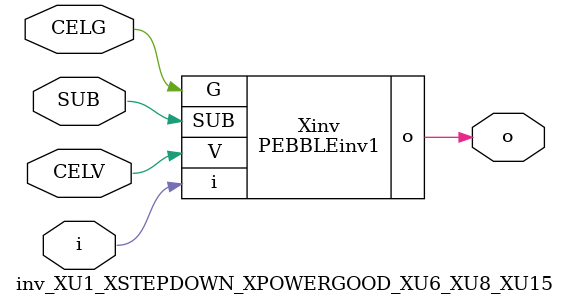
<source format=v>



module PEBBLEinv1 ( o, G, SUB, V, i );

  input V;
  input i;
  input G;
  output o;
  input SUB;
endmodule

//Celera Confidential Do Not Copy inv_XU1_XSTEPDOWN_XPOWERGOOD_XU6_XU8_XU15
//Celera Confidential Symbol Generator
//5V Inverter
module inv_XU1_XSTEPDOWN_XPOWERGOOD_XU6_XU8_XU15 (CELV,CELG,i,o,SUB);
input CELV;
input CELG;
input i;
input SUB;
output o;

//Celera Confidential Do Not Copy inv
PEBBLEinv1 Xinv(
.V (CELV),
.i (i),
.o (o),
.SUB (SUB),
.G (CELG)
);
//,diesize,PEBBLEinv1

//Celera Confidential Do Not Copy Module End
//Celera Schematic Generator
endmodule

</source>
